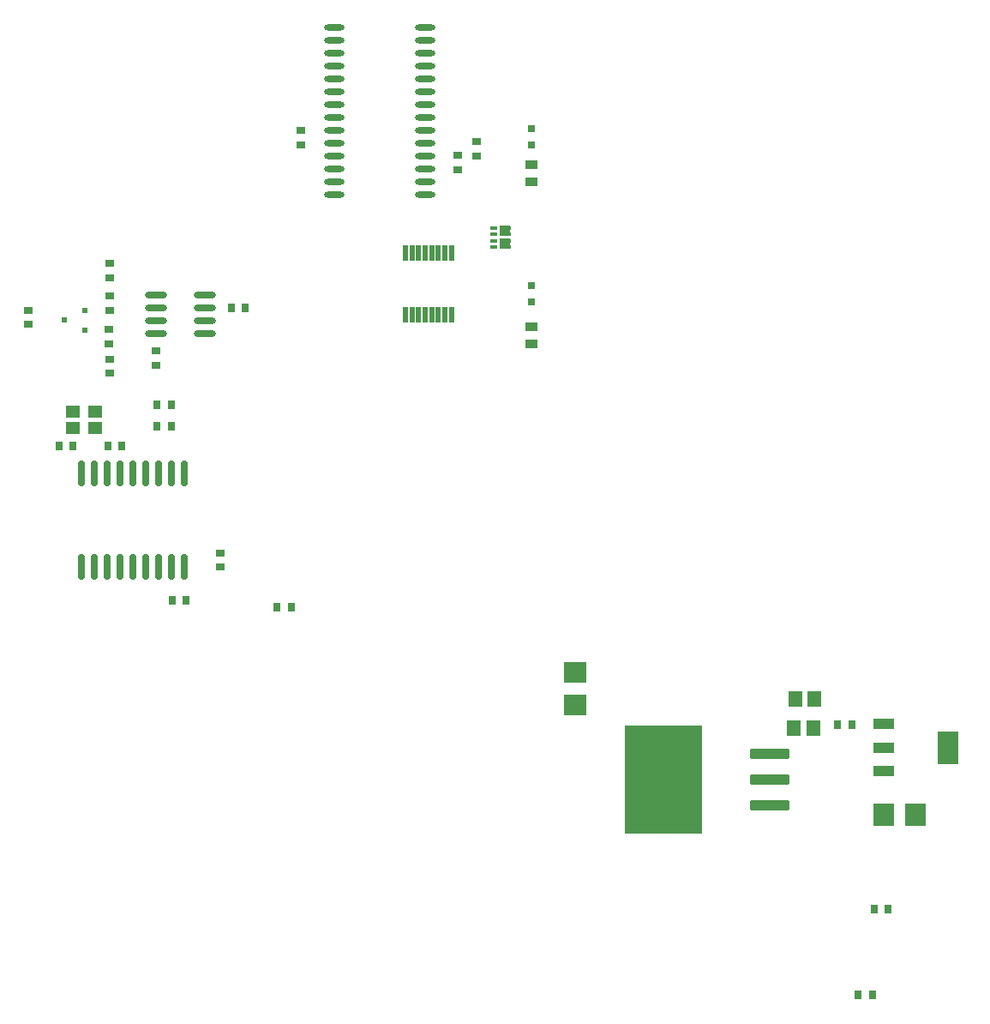
<source format=gtp>
G04*
G04 #@! TF.GenerationSoftware,Altium Limited,Altium Designer,20.2.8 (258)*
G04*
G04 Layer_Color=8421504*
%FSLAX24Y24*%
%MOIN*%
G70*
G04*
G04 #@! TF.SameCoordinates,2D8D9C66-5576-4C64-8BDA-EEC9A906AE53*
G04*
G04*
G04 #@! TF.FilePolarity,Positive*
G04*
G01*
G75*
%ADD17R,0.0276X0.0354*%
%ADD18R,0.0866X0.0787*%
%ADD19R,0.0512X0.0335*%
%ADD20R,0.0315X0.0315*%
%ADD21R,0.0354X0.0276*%
%ADD22R,0.0551X0.0591*%
%ADD23R,0.0236X0.0197*%
%ADD24R,0.0260X0.0180*%
G04:AMPARAMS|DCode=25|XSize=17.7mil|YSize=63mil|CornerRadius=1.9mil|HoleSize=0mil|Usage=FLASHONLY|Rotation=0.000|XOffset=0mil|YOffset=0mil|HoleType=Round|Shape=RoundedRectangle|*
%AMROUNDEDRECTD25*
21,1,0.0177,0.0591,0,0,0.0*
21,1,0.0138,0.0630,0,0,0.0*
1,1,0.0039,0.0069,-0.0295*
1,1,0.0039,-0.0069,-0.0295*
1,1,0.0039,-0.0069,0.0295*
1,1,0.0039,0.0069,0.0295*
%
%ADD25ROUNDEDRECTD25*%
%ADD26O,0.0276X0.1024*%
%ADD27O,0.0866X0.0236*%
%ADD28O,0.0787X0.0236*%
%ADD29R,0.0551X0.0472*%
%ADD30R,0.0787X0.0866*%
G04:AMPARAMS|DCode=31|XSize=128mil|YSize=80.7mil|CornerRadius=2mil|HoleSize=0mil|Usage=FLASHONLY|Rotation=90.000|XOffset=0mil|YOffset=0mil|HoleType=Round|Shape=RoundedRectangle|*
%AMROUNDEDRECTD31*
21,1,0.1280,0.0767,0,0,90.0*
21,1,0.1239,0.0807,0,0,90.0*
1,1,0.0040,0.0383,0.0620*
1,1,0.0040,0.0383,-0.0620*
1,1,0.0040,-0.0383,-0.0620*
1,1,0.0040,-0.0383,0.0620*
%
%ADD31ROUNDEDRECTD31*%
G04:AMPARAMS|DCode=32|XSize=39.4mil|YSize=80.7mil|CornerRadius=2mil|HoleSize=0mil|Usage=FLASHONLY|Rotation=90.000|XOffset=0mil|YOffset=0mil|HoleType=Round|Shape=RoundedRectangle|*
%AMROUNDEDRECTD32*
21,1,0.0394,0.0768,0,0,90.0*
21,1,0.0354,0.0807,0,0,90.0*
1,1,0.0039,0.0384,0.0177*
1,1,0.0039,0.0384,-0.0177*
1,1,0.0039,-0.0384,-0.0177*
1,1,0.0039,-0.0384,0.0177*
%
%ADD32ROUNDEDRECTD32*%
G04:AMPARAMS|DCode=33|XSize=421.3mil|YSize=303.2mil|CornerRadius=1.5mil|HoleSize=0mil|Usage=FLASHONLY|Rotation=270.000|XOffset=0mil|YOffset=0mil|HoleType=Round|Shape=RoundedRectangle|*
%AMROUNDEDRECTD33*
21,1,0.4213,0.3001,0,0,270.0*
21,1,0.4182,0.3032,0,0,270.0*
1,1,0.0030,-0.1501,-0.2091*
1,1,0.0030,-0.1501,0.2091*
1,1,0.0030,0.1501,0.2091*
1,1,0.0030,0.1501,-0.2091*
%
%ADD33ROUNDEDRECTD33*%
G04:AMPARAMS|DCode=34|XSize=37.4mil|YSize=151.6mil|CornerRadius=2.1mil|HoleSize=0mil|Usage=FLASHONLY|Rotation=270.000|XOffset=0mil|YOffset=0mil|HoleType=Round|Shape=RoundedRectangle|*
%AMROUNDEDRECTD34*
21,1,0.0374,0.1475,0,0,270.0*
21,1,0.0333,0.1516,0,0,270.0*
1,1,0.0041,-0.0737,-0.0166*
1,1,0.0041,-0.0737,0.0166*
1,1,0.0041,0.0737,0.0166*
1,1,0.0041,0.0737,-0.0166*
%
%ADD34ROUNDEDRECTD34*%
%ADD35R,0.0440X0.0430*%
D17*
X33854Y11070D02*
D03*
X34406D02*
D03*
X4126Y21900D02*
D03*
X3574D02*
D03*
X6026D02*
D03*
X5474D02*
D03*
X10826Y27250D02*
D03*
X10274D02*
D03*
X35826Y3900D02*
D03*
X35274D02*
D03*
X34664Y550D02*
D03*
X35216D02*
D03*
X12616Y15620D02*
D03*
X12064D02*
D03*
X8526Y15900D02*
D03*
X7974D02*
D03*
X7399Y23500D02*
D03*
X7950D02*
D03*
Y22650D02*
D03*
X7399D02*
D03*
D18*
X23660Y13090D02*
D03*
Y11830D02*
D03*
D19*
X21950Y32835D02*
D03*
Y32165D02*
D03*
Y26535D02*
D03*
Y25865D02*
D03*
D20*
Y33585D02*
D03*
Y34215D02*
D03*
Y27485D02*
D03*
Y28115D02*
D03*
D21*
X5550Y28976D02*
D03*
Y28424D02*
D03*
X5540Y25266D02*
D03*
Y24714D02*
D03*
X9850Y17736D02*
D03*
Y17184D02*
D03*
X13000Y33604D02*
D03*
Y34156D02*
D03*
X7350Y25024D02*
D03*
Y25576D02*
D03*
X5530Y26416D02*
D03*
Y25864D02*
D03*
X5550Y27726D02*
D03*
Y27174D02*
D03*
X2380Y26614D02*
D03*
Y27166D02*
D03*
X19820Y33164D02*
D03*
Y33716D02*
D03*
X19080Y33176D02*
D03*
Y32624D02*
D03*
D22*
X32156Y10930D02*
D03*
X32904D02*
D03*
X32216Y12070D02*
D03*
X32964D02*
D03*
D23*
X4584Y27154D02*
D03*
Y26406D02*
D03*
X3796Y26780D02*
D03*
D24*
X20480Y29625D02*
D03*
Y30125D02*
D03*
Y30375D02*
D03*
Y29875D02*
D03*
X21020Y30375D02*
D03*
Y30125D02*
D03*
Y29875D02*
D03*
Y29625D02*
D03*
D25*
X18846Y29401D02*
D03*
X18590D02*
D03*
X18334D02*
D03*
X18078D02*
D03*
X17822D02*
D03*
X17566D02*
D03*
X17310D02*
D03*
X17054D02*
D03*
X18846Y26999D02*
D03*
X18590D02*
D03*
X18334D02*
D03*
X18078D02*
D03*
X17822D02*
D03*
X17566D02*
D03*
X17310D02*
D03*
X17054D02*
D03*
D26*
X4450Y17189D02*
D03*
X4950D02*
D03*
X5450D02*
D03*
X5950D02*
D03*
X6450D02*
D03*
X6950D02*
D03*
X7450D02*
D03*
X7950D02*
D03*
X8450D02*
D03*
X4450Y20811D02*
D03*
X4950D02*
D03*
X5450D02*
D03*
X5950D02*
D03*
X6450D02*
D03*
X6950D02*
D03*
X7450D02*
D03*
X7950D02*
D03*
X8450D02*
D03*
D27*
X7355Y27750D02*
D03*
Y27250D02*
D03*
Y26750D02*
D03*
Y26250D02*
D03*
X9245Y27750D02*
D03*
Y27250D02*
D03*
Y26750D02*
D03*
Y26250D02*
D03*
D28*
X17822Y31650D02*
D03*
Y32150D02*
D03*
Y32650D02*
D03*
Y33150D02*
D03*
Y33650D02*
D03*
Y34150D02*
D03*
Y34650D02*
D03*
Y35150D02*
D03*
Y35650D02*
D03*
Y36150D02*
D03*
Y36650D02*
D03*
Y37150D02*
D03*
Y37650D02*
D03*
Y38150D02*
D03*
X14278Y31650D02*
D03*
Y32150D02*
D03*
Y32650D02*
D03*
Y33150D02*
D03*
Y33650D02*
D03*
Y34150D02*
D03*
Y34650D02*
D03*
Y35150D02*
D03*
Y35650D02*
D03*
Y36150D02*
D03*
Y36650D02*
D03*
Y37150D02*
D03*
Y37650D02*
D03*
Y38150D02*
D03*
D29*
X4117Y22585D02*
D03*
X4983D02*
D03*
Y23215D02*
D03*
X4117D02*
D03*
D30*
X36900Y7550D02*
D03*
X35640D02*
D03*
D31*
X38140Y10170D02*
D03*
D32*
X35640Y9264D02*
D03*
Y10170D02*
D03*
Y11076D02*
D03*
D33*
X27097Y8920D02*
D03*
D34*
X31231Y9920D02*
D03*
Y8920D02*
D03*
Y7920D02*
D03*
D35*
X20930Y29750D02*
D03*
Y30250D02*
D03*
M02*

</source>
